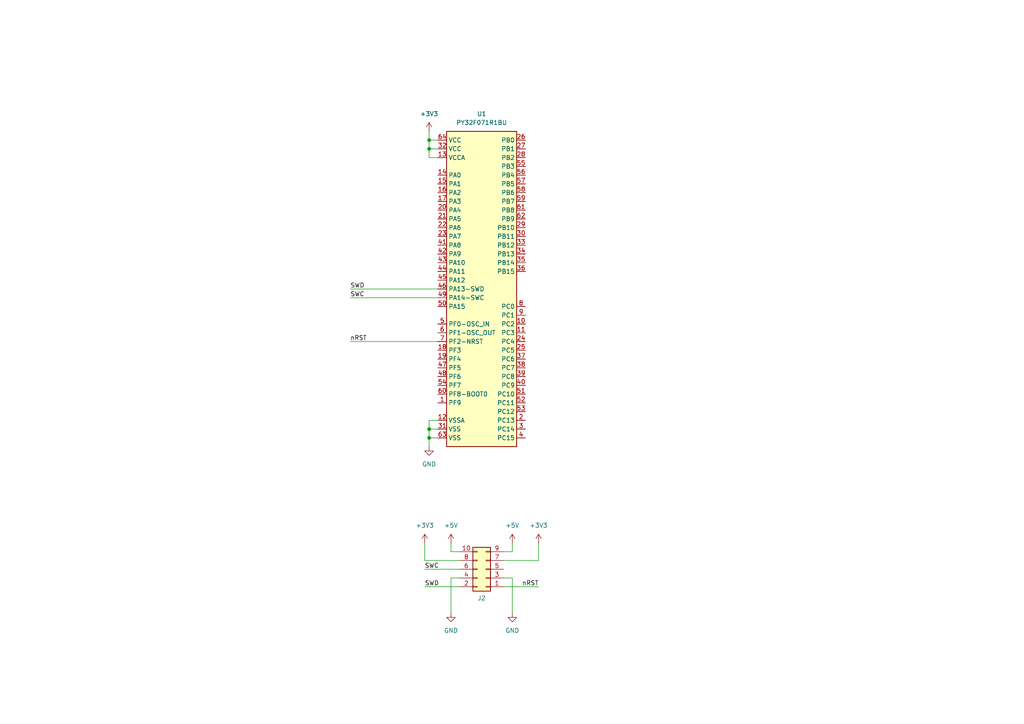
<source format=kicad_sch>
(kicad_sch (version 20231120) (generator "eeschema") (generator_version "8.0")
  (paper "A4")
  (lib_symbols
    (symbol "Connector_Generic:Conn_02x05_Odd_Even" (pin_names (offset 1.016) hide)
      (property "Reference" "J" (at 1.27 7.62 0))
      (property "Value" "Conn_02x05_Odd_Even" (at 1.27 -7.62 0))
      (symbol "Conn_02x05_Odd_Even_1_1"
        (rectangle (start -1.27 -4.953) (end 0 -5.207) (stroke (width 0.1524)))
        (rectangle (start -1.27 -2.413) (end 0 -2.667) (stroke (width 0.1524)))
        (rectangle (start -1.27 0.127) (end 0 -0.127) (stroke (width 0.1524)))
        (rectangle (start -1.27 2.667) (end 0 2.413) (stroke (width 0.1524)))
        (rectangle (start -1.27 5.207) (end 0 4.953) (stroke (width 0.1524)))
        (rectangle (start -1.27 6.35) (end 3.81 -6.35) (stroke (width 0.254)) (fill (type background)))
        (rectangle (start 3.81 -4.953) (end 2.54 -5.207) (stroke (width 0.1524)))
        (rectangle (start 3.81 -2.413) (end 2.54 -2.667) (stroke (width 0.1524)))
        (rectangle (start 3.81 0.127) (end 2.54 -0.127) (stroke (width 0.1524)))
        (rectangle (start 3.81 2.667) (end 2.54 2.413) (stroke (width 0.1524)))
        (rectangle (start 3.81 5.207) (end 2.54 4.953) (stroke (width 0.1524)))
        (pin passive line (at -5.08 5.08 0) (length 3.81) (name "Pin_1") (number "1"))
        (pin passive line (at 7.62 -5.08 180) (length 3.81) (name "Pin_10") (number "10"))
        (pin passive line (at 7.62 5.08 180) (length 3.81) (name "Pin_2") (number "2"))
        (pin passive line (at -5.08 2.54 0) (length 3.81) (name "Pin_3") (number "3"))
        (pin passive line (at 7.62 2.54 180) (length 3.81) (name "Pin_4") (number "4"))
        (pin passive line (at -5.08 0 0) (length 3.81) (name "Pin_5") (number "5"))
        (pin passive line (at 7.62 0 180) (length 3.81) (name "Pin_6") (number "6"))
        (pin passive line (at -5.08 -2.54 0) (length 3.81) (name "Pin_7") (number "7"))
        (pin passive line (at 7.62 -2.54 180) (length 3.81) (name "Pin_8") (number "8"))
        (pin passive line (at -5.08 -5.08 0) (length 3.81) (name "Pin_9") (number "9"))
      )
    )
    (symbol "USER:PY32F071R1BU6"
      (property "Reference" "U" (at 2.54 6.35 0))
      (property "Value" "PY32F071R1BU" (at 2.54 3.81 0))
      (symbol "PY32F071R1BU6_1_1"
        (rectangle (start 2.54 2.54) (end 22.86 -88.9) (stroke (width 0.254)) (fill (type background)))
        (pin passive line (at 0 -76.2 0) (length 2.54) (name "PF9") (number "1"))
        (pin passive line (at 25.4 -53.34 180) (length 2.54) (name "PC2") (number "10"))
        (pin passive line (at 25.4 -55.88 180) (length 2.54) (name "PC3") (number "11"))
        (pin power_in line (at 0 -81.28 0) (length 2.54) (name "VSSA") (number "12"))
        (pin power_in line (at 0 -5.08 0) (length 2.54) (name "VCCA") (number "13"))
        (pin passive line (at 0 -10.16 0) (length 2.54) (name "PA0") (number "14"))
        (pin passive line (at 0 -12.7 0) (length 2.54) (name "PA1") (number "15"))
        (pin passive line (at 0 -15.24 0) (length 2.54) (name "PA2") (number "16"))
        (pin passive line (at 0 -17.78 0) (length 2.54) (name "PA3") (number "17"))
        (pin passive line (at 0 -60.96 0) (length 2.54) (name "PF3") (number "18"))
        (pin passive line (at 0 -63.5 0) (length 2.54) (name "PF4") (number "19"))
        (pin passive line (at 25.4 -81.28 180) (length 2.54) (name "PC13") (number "2"))
        (pin passive line (at 0 -20.32 0) (length 2.54) (name "PA4") (number "20"))
        (pin passive line (at 0 -22.86 0) (length 2.54) (name "PA5") (number "21"))
        (pin passive line (at 0 -25.4 0) (length 2.54) (name "PA6") (number "22"))
        (pin passive line (at 0 -27.94 0) (length 2.54) (name "PA7") (number "23"))
        (pin passive line (at 25.4 -58.42 180) (length 2.54) (name "PC4") (number "24"))
        (pin passive line (at 25.4 -60.96 180) (length 2.54) (name "PC5") (number "25"))
        (pin passive line (at 25.4 0 180) (length 2.54) (name "PB0") (number "26"))
        (pin passive line (at 25.4 -2.54 180) (length 2.54) (name "PB1") (number "27"))
        (pin passive line (at 25.4 -5.08 180) (length 2.54) (name "PB2") (number "28"))
        (pin passive line (at 25.4 -25.4 180) (length 2.54) (name "PB10") (number "29"))
        (pin passive line (at 25.4 -83.82 180) (length 2.54) (name "PC14") (number "3"))
        (pin passive line (at 25.4 -27.94 180) (length 2.54) (name "PB11") (number "30"))
        (pin power_in line (at 0 -83.82 0) (length 2.54) (name "VSS") (number "31"))
        (pin power_in line (at 0 -2.54 0) (length 2.54) (name "VCC") (number "32"))
        (pin passive line (at 25.4 -30.48 180) (length 2.54) (name "PB12") (number "33"))
        (pin passive line (at 25.4 -33.02 180) (length 2.54) (name "PB13") (number "34"))
        (pin passive line (at 25.4 -35.56 180) (length 2.54) (name "PB14") (number "35"))
        (pin passive line (at 25.4 -38.1 180) (length 2.54) (name "PB15") (number "36"))
        (pin passive line (at 25.4 -63.5 180) (length 2.54) (name "PC6") (number "37"))
        (pin passive line (at 25.4 -66.04 180) (length 2.54) (name "PC7") (number "38"))
        (pin passive line (at 25.4 -68.58 180) (length 2.54) (name "PC8") (number "39"))
        (pin passive line (at 25.4 -86.36 180) (length 2.54) (name "PC15") (number "4"))
        (pin passive line (at 25.4 -71.12 180) (length 2.54) (name "PC9") (number "40"))
        (pin passive line (at 0 -30.48 0) (length 2.54) (name "PA8") (number "41"))
        (pin passive line (at 0 -33.02 0) (length 2.54) (name "PA9") (number "42"))
        (pin passive line (at 0 -35.56 0) (length 2.54) (name "PA10") (number "43"))
        (pin passive line (at 0 -38.1 0) (length 2.54) (name "PA11") (number "44"))
        (pin passive line (at 0 -40.64 0) (length 2.54) (name "PA12") (number "45"))
        (pin passive line (at 0 -43.18 0) (length 2.54) (name "PA13-SWD") (number "46"))
        (pin passive line (at 0 -66.04 0) (length 2.54) (name "PF5") (number "47"))
        (pin passive line (at 0 -68.58 0) (length 2.54) (name "PF6") (number "48"))
        (pin passive line (at 0 -45.72 0) (length 2.54) (name "PA14-SWC") (number "49"))
        (pin passive line (at 0 -53.34 0) (length 2.54) (name "PF0-OSC_IN") (number "5"))
        (pin passive line (at 0 -48.26 0) (length 2.54) (name "PA15") (number "50"))
        (pin passive line (at 25.4 -73.66 180) (length 2.54) (name "PC10") (number "51"))
        (pin passive line (at 25.4 -76.2 180) (length 2.54) (name "PC11") (number "52"))
        (pin passive line (at 25.4 -78.74 180) (length 2.54) (name "PC12") (number "53"))
        (pin passive line (at 0 -71.12 0) (length 2.54) (name "PF7") (number "54"))
        (pin passive line (at 25.4 -7.62 180) (length 2.54) (name "PB3") (number "55"))
        (pin passive line (at 25.4 -10.16 180) (length 2.54) (name "PB4") (number "56"))
        (pin passive line (at 25.4 -12.7 180) (length 2.54) (name "PB5") (number "57"))
        (pin passive line (at 25.4 -15.24 180) (length 2.54) (name "PB6") (number "58"))
        (pin passive line (at 25.4 -17.78 180) (length 2.54) (name "PB7") (number "59"))
        (pin passive line (at 0 -55.88 0) (length 2.54) (name "PF1-OSC_OUT") (number "6"))
        (pin passive line (at 0 -73.66 0) (length 2.54) (name "PF8-BOOT0") (number "60"))
        (pin passive line (at 25.4 -20.32 180) (length 2.54) (name "PB8") (number "61"))
        (pin passive line (at 25.4 -22.86 180) (length 2.54) (name "PB9") (number "62"))
        (pin power_in line (at 0 -86.36 0) (length 2.54) (name "VSS") (number "63"))
        (pin power_in line (at 0 0 0) (length 2.54) (name "VCC") (number "64"))
        (pin passive line (at 0 -58.42 0) (length 2.54) (name "PF2-NRST") (number "7"))
        (pin passive line (at 25.4 -48.26 180) (length 2.54) (name "PC0") (number "8"))
        (pin passive line (at 25.4 -50.8 180) (length 2.54) (name "PC1") (number "9"))
      )
    )
    (symbol "power:+3V3" (power) (pin_numbers hide) (pin_names (offset 0) hide)
      (property "Value" "+3V3" (at 0 3.556 0))
      (symbol "+3V3_0_1"
        (polyline (pts (xy -0.762 1.27) (xy 0 2.54)))
        (polyline (pts (xy 0 0) (xy 0 2.54)))
        (polyline (pts (xy 0 2.54) (xy 0.762 1.27)))
      )
      (symbol "+3V3_1_1"
        (pin power_in line (at 0 0 90) (length 0) (name "~") (number "1"))
      )
    )
    (symbol "power:+5V" (power) (pin_numbers hide) (pin_names (offset 0) hide)
      (property "Value" "+5V" (at 0 3.556 0))
      (symbol "+5V_0_1"
        (polyline (pts (xy -0.762 1.27) (xy 0 2.54)))
        (polyline (pts (xy 0 0) (xy 0 2.54)))
        (polyline (pts (xy 0 2.54) (xy 0.762 1.27)))
      )
      (symbol "+5V_1_1"
        (pin power_in line (at 0 0 90) (length 0) (name "~") (number "1"))
      )
    )
    (symbol "power:GND" (power) (pin_numbers hide) (pin_names (offset 0) hide)
      (property "Value" "GND" (at 0 -3.81 0))
      (symbol "GND_0_1"
        (polyline (pts (xy 0 0) (xy 0 -1.27) (xy 1.27 -1.27) (xy 0 -2.54) (xy -1.27 -1.27) (xy 0 -1.27)))
      )
      (symbol "GND_1_1"
        (pin power_in line (at 0 0 270) (length 0) (name "~") (number "1"))
      )
    )
  )
  (junction (at 124.46 127))
  (junction (at 124.46 43.18))
  (junction (at 124.46 40.64))
  (junction (at 124.46 124.46))
  (wire (pts (xy 127 40.64) (xy 124.46 40.64)))
  (wire (pts (xy 130.81 157.48) (xy 130.81 160.02)))
  (wire (pts (xy 124.46 127) (xy 124.46 124.46)))
  (wire (pts (xy 123.19 165.1) (xy 133.35 165.1)))
  (wire (pts (xy 127 43.18) (xy 124.46 43.18)))
  (wire (pts (xy 124.46 43.18) (xy 124.46 40.64)))
  (wire (pts (xy 148.59 167.64) (xy 146.05 167.64)))
  (wire (pts (xy 124.46 129.54) (xy 124.46 127)))
  (wire (pts (xy 124.46 40.64) (xy 124.46 38.1)))
  (wire (pts (xy 156.21 162.56) (xy 146.05 162.56)))
  (wire (pts (xy 101.6 83.82) (xy 127 83.82)))
  (wire (pts (xy 123.19 162.56) (xy 123.19 157.48)))
  (wire (pts (xy 123.19 162.56) (xy 133.35 162.56)))
  (wire (pts (xy 127 45.72) (xy 124.46 45.72)))
  (wire (pts (xy 124.46 121.92) (xy 127 121.92)))
  (wire (pts (xy 124.46 45.72) (xy 124.46 43.18)))
  (wire (pts (xy 124.46 124.46) (xy 127 124.46)))
  (wire (pts (xy 156.21 170.18) (xy 146.05 170.18)))
  (wire (pts (xy 130.81 167.64) (xy 133.35 167.64)))
  (wire (pts (xy 130.81 160.02) (xy 133.35 160.02)))
  (wire (pts (xy 148.59 160.02) (xy 146.05 160.02)))
  (wire (pts (xy 156.21 162.56) (xy 156.21 157.48)))
  (wire (pts (xy 101.6 86.36) (xy 127 86.36)))
  (wire (pts (xy 148.59 177.8) (xy 148.59 167.64)))
  (wire (pts (xy 130.81 177.8) (xy 130.81 167.64)))
  (wire (pts (xy 124.46 124.46) (xy 124.46 121.92)))
  (wire (pts (xy 124.46 127) (xy 127 127)))
  (wire (pts (xy 101.6 99.06) (xy 127 99.06)))
  (wire (pts (xy 148.59 157.48) (xy 148.59 160.02)))
  (wire (pts (xy 123.19 170.18) (xy 133.35 170.18)))
  (label "SWC" (at 123.19 165.1 0))
  (label "SWD" (at 101.6 83.82 0))
  (label "SWD" (at 123.19 170.18 0))
  (label "SWC" (at 101.6 86.36 0))
  (label "nRST" (at 101.6 99.06 0))
  (label "nRST" (at 156.21 170.18 180))
  (symbol (lib_id "power:GND") (at 148.59 177.8 0) (unit 1)
    (property "Reference" "#PWR07" (effects (hide yes)))
    (property "Value" "GND" (at 148.59 182.88 0))
    (property "Description" "Power symbol creates a global label with name \"GND\" , ground" (effects (hide yes)))
  )
  (symbol (lib_id "power:+3V3") (at 156.21 157.48 0) (mirror y) (unit 1)
    (property "Reference" "#PWR08" (effects (hide yes)))
    (property "Value" "+3V3" (at 156.21 152.4 0))
    (property "Description" "Power symbol creates a global label with name \"+3V3\"" (effects (hide yes)))
  )
  (symbol (lib_id "power:+5V") (at 130.81 157.48 0) (unit 1)
    (property "Reference" "#PWR04" (effects (hide yes)))
    (property "Value" "+5V" (at 130.81 152.4 0))
    (property "Description" "Power symbol creates a global label with name \"+5V\"" (effects (hide yes)))
  )
  (symbol (lib_id "power:+5V") (at 148.59 157.48 0) (mirror y) (unit 1)
    (property "Reference" "#PWR06" (effects (hide yes)))
    (property "Value" "+5V" (at 148.59 152.4 0))
    (property "Description" "Power symbol creates a global label with name \"+5V\"" (effects (hide yes)))
  )
  (symbol (lib_id "power:GND") (at 130.81 177.8 0) (unit 1)
    (property "Reference" "#PWR05" (effects (hide yes)))
    (property "Value" "GND" (at 130.81 182.88 0))
    (property "Description" "Power symbol creates a global label with name \"GND\" , ground" (effects (hide yes)))
  )
  (symbol (lib_id "power:+3V3") (at 124.46 38.1 0) (unit 1)
    (property "Reference" "#PWR02" (effects (hide yes)))
    (property "Value" "+3V3" (at 124.46 33.02 0))
    (property "Description" "Power symbol creates a global label with name \"+3V3\"" (effects (hide yes)))
  )
  (symbol (lib_id "Connector_Generic:Conn_02x05_Odd_Even") (at 140.97 165.1 180) (unit 1)
    (property "Reference" "J2" (at 139.7 173.482 0))
    (property "Value" "Conn_02x05_Odd_Even" (effects (hide yes)))
    (property "Footprint" "Connector_IDC:IDC-Header_2x05_P2.54mm_Vertical" (effects (hide yes)))
  )
  (symbol (lib_id "USER:PY32F071R1BU6") (at 127 40.64 0) (unit 1)
    (property "Reference" "U1" (at 139.7 33.02 0))
    (property "Value" "PY32F071R1BU" (at 139.7 35.56 0))
    (property "Footprint" "Package_DFN_QFN:QFN-64-1EP_8x8mm_P0.4mm_EP6.5x6.5mm" (effects (hide yes)))
    (property "Datasheet" "https://www.puyasemi.com/download_path/%E6%95%B0%E6%8D%AE%E6%89%8B%E5%86%8C/MCU/PY32F071_Datasheet_V0.7.pdf" (effects (hide yes)))
  )
  (symbol (lib_id "power:+3V3") (at 123.19 157.48 0) (unit 1)
    (property "Reference" "#PWR01" (effects (hide yes)))
    (property "Value" "+3V3" (at 123.19 152.4 0))
    (property "Description" "Power symbol creates a global label with name \"+3V3\"" (effects (hide yes)))
  )
  (symbol (lib_id "power:GND") (at 124.46 129.54 0) (unit 1)
    (property "Reference" "#PWR03" (effects (hide yes)))
    (property "Value" "GND" (at 124.46 134.62 0))
    (property "Description" "Power symbol creates a global label with name \"GND\" , ground" (effects (hide yes)))
  )
)
</source>
